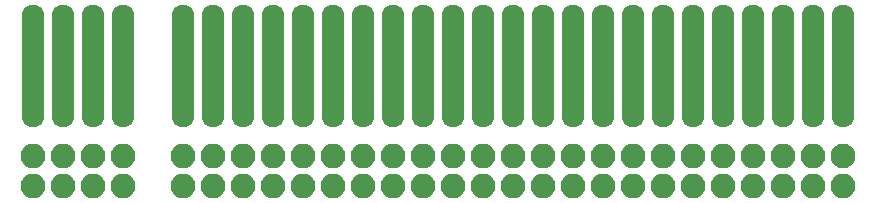
<source format=gbr>
%TF.GenerationSoftware,KiCad,Pcbnew,4.0.7*%
%TF.CreationDate,2019-01-02T11:57:48+00:00*%
%TF.ProjectId,Spectrum Edge Connector Extender_HORIZ,537065637472756D204564676520436F,rev?*%
%TF.FileFunction,Soldermask,Bot*%
%FSLAX46Y46*%
G04 Gerber Fmt 4.6, Leading zero omitted, Abs format (unit mm)*
G04 Created by KiCad (PCBNEW 4.0.7) date 01/02/19 11:57:48*
%MOMM*%
%LPD*%
G01*
G04 APERTURE LIST*
%ADD10C,0.100000*%
%ADD11O,1.900000X10.400000*%
%ADD12C,2.100000*%
%ADD13O,2.100000X2.100000*%
G04 APERTURE END LIST*
D10*
D11*
X182880000Y-92710000D03*
X180340000Y-92710000D03*
X177800000Y-92710000D03*
X175260000Y-92710000D03*
X170180000Y-92710000D03*
X167640000Y-92710000D03*
X165100000Y-92710000D03*
X162560000Y-92710000D03*
X160020000Y-92710000D03*
X157480000Y-92710000D03*
X154940000Y-92710000D03*
X152400000Y-92710000D03*
X149860000Y-92710000D03*
X147320000Y-92710000D03*
X144780000Y-92710000D03*
X142240000Y-92710000D03*
X139700000Y-92710000D03*
X137160000Y-92710000D03*
X134620000Y-92710000D03*
X132080000Y-92710000D03*
X129540000Y-92710000D03*
X127000000Y-92710000D03*
X172720000Y-92710000D03*
X121920000Y-92710000D03*
X119380000Y-92710000D03*
X116840000Y-92710000D03*
X114300000Y-92710000D03*
D12*
X182880000Y-100330000D03*
D13*
X182880000Y-102870000D03*
X180340000Y-100330000D03*
X180340000Y-102870000D03*
X177800000Y-100330000D03*
X177800000Y-102870000D03*
X175260000Y-100330000D03*
X175260000Y-102870000D03*
X172720000Y-100330000D03*
X172720000Y-102870000D03*
X170180000Y-100330000D03*
X170180000Y-102870000D03*
X167640000Y-100330000D03*
X167640000Y-102870000D03*
X165100000Y-100330000D03*
X165100000Y-102870000D03*
X162560000Y-100330000D03*
X162560000Y-102870000D03*
X160020000Y-100330000D03*
X160020000Y-102870000D03*
X157480000Y-100330000D03*
X157480000Y-102870000D03*
X154940000Y-100330000D03*
X154940000Y-102870000D03*
X152400000Y-100330000D03*
X152400000Y-102870000D03*
X149860000Y-100330000D03*
X149860000Y-102870000D03*
X147320000Y-100330000D03*
X147320000Y-102870000D03*
X144780000Y-100330000D03*
X144780000Y-102870000D03*
X142240000Y-100330000D03*
X142240000Y-102870000D03*
X139700000Y-100330000D03*
X139700000Y-102870000D03*
X137160000Y-100330000D03*
X137160000Y-102870000D03*
X134620000Y-100330000D03*
X134620000Y-102870000D03*
X132080000Y-100330000D03*
X132080000Y-102870000D03*
X129540000Y-100330000D03*
X129540000Y-102870000D03*
X127000000Y-100330000D03*
X127000000Y-102870000D03*
X121920000Y-100330000D03*
X121920000Y-102870000D03*
X119380000Y-100330000D03*
X119380000Y-102870000D03*
X116840000Y-100330000D03*
X116840000Y-102870000D03*
X114300000Y-100330000D03*
X114300000Y-102870000D03*
M02*

</source>
